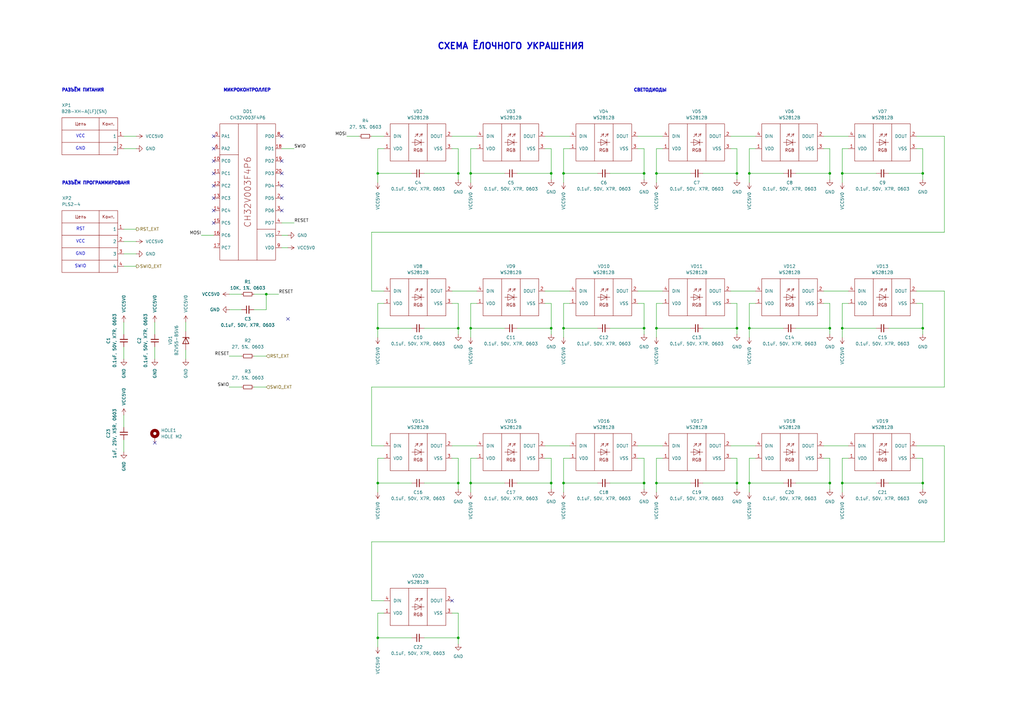
<source format=kicad_sch>
(kicad_sch (version 20250114) (generator "eeschema") (generator_version "9.0")
  (paper "A3")
  (title_block (title "CHRISTMAS_RISC_V") (date "2025-11-17") (company "KKUZNETZOV"))
  (lib_symbols
    (symbol "CHRISTMAS_RISC_V:WS2812B-MINI-V3" (pin_names (offset 1.27))
      (property "Reference" "VD" (at 10.795 9.525 0))
      (property "Value" "WS2812B" (at 11.43 7.62 0))
      (symbol "WS2812B-MINI-V3_0_1"
        (polyline (pts (xy 8.89 -2.54) (xy 13.97 -2.54)))
        (polyline (pts (xy 10.16 -0.254) (xy 11.43 1.016)))
        (polyline (pts (xy 11.176 0) (xy 11.43 1.016) (xy 10.414 0.762)))
        (polyline (pts (xy 11.938 -0.254) (xy 13.208 1.016)))
        (polyline (pts (xy 12.192 0.762) (xy 13.208 1.016) (xy 12.954 0)))
        (polyline (pts (xy 12.7 -1.27) (xy 12.7 -3.81)))
        (polyline (pts (xy 12.7 -2.54) (xy 10.16 -1.27) (xy 10.16 -3.81) (xy 12.7 -2.54)))
      )
      (symbol "WS2812B-MINI-V3_1_1"
        (rectangle (start 0 5.08) (end 22.86 -10.16))
        (polyline (pts (xy 7.62 5.08) (xy 7.62 -10.16)))
        (polyline (pts (xy 15.24 5.08) (xy 15.24 -10.16)))
        (text "RGB" (at 11.43 -5.715 0) (effects (font (size 1.27 1.27))))
        (pin input line (at -2.54 0 0) (length 2.54) (name "DIN") (number "4"))
        (pin power_in line (at -2.54 -5.08 0) (length 2.54) (name "VDD") (number "1"))
        (pin output line (at 25.4 0 180) (length 2.54) (name "DOUT") (number "2"))
        (pin power_in line (at 25.4 -5.08 180) (length 2.54) (name "VSS") (number "3"))
      )
    )
    (symbol "Device:C_Small" (pin_numbers (hide yes)) (pin_names (offset 0.254) (hide yes))
      (property "Reference" "C" (at 0.254 1.778 0))
      (property "Value" "C_Small" (at 0.254 -2.032 0))
      (symbol "C_Small_0_1"
        (polyline (pts (xy -1.524 0.508) (xy 1.524 0.508)) (stroke (width 0.3048)))
        (polyline (pts (xy -1.524 -0.508) (xy 1.524 -0.508)) (stroke (width 0.3302)))
      )
      (symbol "C_Small_1_1"
        (pin passive line (at 0 2.54 270) (length 2.032) (name "~") (number "1"))
        (pin passive line (at 0 -2.54 90) (length 2.032) (name "~") (number "2"))
      )
    )
    (symbol "Device:R_Small" (pin_numbers (hide yes)) (pin_names (offset 0.254) (hide yes))
      (property "Reference" "R" (at 0 0 90))
      (property "Value" "R_Small" (at 1.778 0 90))
      (symbol "R_Small_0_1"
        (rectangle (start -0.762 1.778) (end 0.762 -1.778) (stroke (width 0.2032)))
      )
      (symbol "R_Small_1_1"
        (pin passive line (at 0 2.54 270) (length 0.762) (name "~") (number "1"))
        (pin passive line (at 0 -2.54 90) (length 0.762) (name "~") (number "2"))
      )
    )
    (symbol "Diode:BZV55B3V6" (pin_numbers (hide yes)) (pin_names (hide yes))
      (property "Reference" "D" (at 0 2.54 0))
      (property "Value" "BZV55B3V6" (at 0 -2.54 0))
      (symbol "BZV55B3V6_0_1"
        (polyline (pts (xy -1.27 -1.27) (xy -1.27 1.27) (xy -0.762 1.27)) (stroke (width 0.254)))
        (polyline (pts (xy 1.27 0) (xy -1.27 0)))
        (polyline (pts (xy 1.27 -1.27) (xy 1.27 1.27) (xy -1.27 0) (xy 1.27 -1.27)) (stroke (width 0.254)))
      )
      (symbol "BZV55B3V6_1_1"
        (pin passive line (at -3.81 0 0) (length 2.54) (name "K") (number "1"))
        (pin passive line (at 3.81 0 180) (length 2.54) (name "A") (number "2"))
      )
    )
    (symbol "MFP_SYM_LIB:B2B-PH-K-S"
      (property "Reference" "XP" (at 11.176 9.144 0))
      (property "Value" "B2B-PH-K-S" (at 11.176 7.112 0))
      (symbol "B2B-PH-K-S_0_1"
        (rectangle (start 0 5.08) (end 22.86 -10.16))
        (polyline (pts (xy 0 0) (xy 22.86 0)))
        (polyline (pts (xy 0 -5.08) (xy 22.86 -5.08)))
        (polyline (pts (xy 7.62 -10.16) (xy 7.62 5.08)))
      )
      (symbol "B2B-PH-K-S_1_1"
        (text "Конт." (at 3.81 2.54 0) (effects (font (size 1.27 1.27))))
        (text "Цепь" (at 15.24 2.54 0) (effects (font (size 1.27 1.27))))
        (pin passive line (at -2.54 -2.54 0) (length 2.54) (name "1") (number "1"))
        (pin passive line (at -2.54 -7.62 0) (length 2.54) (name "2") (number "2"))
      )
    )
    (symbol "MFP_SYM_LIB:B4B-PH-K-S"
      (property "Reference" "XP" (at 11.176 9.144 0))
      (property "Value" "B4B-PH-K-S" (at 11.176 7.112 0))
      (symbol "B4B-PH-K-S_0_1"
        (rectangle (start 0 5.08) (end 22.86 -20.32))
        (polyline (pts (xy 0 0) (xy 22.86 0)))
        (polyline (pts (xy 0 -5.08) (xy 22.86 -5.08)))
        (polyline (pts (xy 0 -10.16) (xy 22.86 -10.16)))
        (polyline (pts (xy 0 -15.24) (xy 22.86 -15.24)))
        (polyline (pts (xy 7.62 -20.32) (xy 7.62 5.08)))
      )
      (symbol "B4B-PH-K-S_1_1"
        (text "Конт." (at 3.81 2.54 0) (effects (font (size 1.27 1.27))))
        (text "Цепь" (at 15.24 2.54 0) (effects (font (size 1.27 1.27))))
        (pin passive line (at -2.54 -2.54 0) (length 2.54) (name "1") (number "1"))
        (pin passive line (at -2.54 -7.62 0) (length 2.54) (name "2") (number "2"))
        (pin passive line (at -2.54 -12.7 0) (length 2.54) (name "3") (number "3"))
        (pin passive line (at -2.54 -17.78 0) (length 2.54) (name "4") (number "4"))
      )
    )
    (symbol "MFP_SYM_LIB:CH32V003F4P6"
      (property "Reference" "DD" (at 11.43 10.16 0))
      (property "Value" "CH32V003F4P6" (at 11.43 7.62 0))
      (symbol "CH32V003F4P6_1_1"
        (rectangle (start 0 5.08) (end 22.86 -50.8))
        (polyline (pts (xy 0 -7.62) (xy 7.62 -7.62)))
        (polyline (pts (xy 7.62 5.08) (xy 7.62 -50.8)))
        (polyline (pts (xy 15.24 5.08) (xy 15.24 -50.8)))
        (polyline (pts (xy 15.24 -38.1) (xy 22.86 -38.1)))
        (text "CH32V003F4P6" (at 11.43 -22.86 900) (effects (font (size 2.54 2.54))))
        (pin bidirectional line (at -2.54 0 0) (length 2.54) (name "PA1") (number "5"))
        (pin bidirectional line (at -2.54 -5.08 0) (length 2.54) (name "PA2") (number "6"))
        (pin bidirectional line (at -2.54 -10.16 0) (length 2.54) (name "PC0") (number "10"))
        (pin bidirectional line (at -2.54 -15.24 0) (length 2.54) (name "PC1") (number "11"))
        (pin bidirectional line (at -2.54 -20.32 0) (length 2.54) (name "PC2") (number "12"))
        (pin bidirectional line (at -2.54 -25.4 0) (length 2.54) (name "PC3") (number "13"))
        (pin bidirectional line (at -2.54 -30.48 0) (length 2.54) (name "PC4") (number "14"))
        (pin bidirectional line (at -2.54 -35.56 0) (length 2.54) (name "PC5") (number "15"))
        (pin bidirectional line (at -2.54 -40.64 0) (length 2.54) (name "PC6") (number "16"))
        (pin bidirectional line (at -2.54 -45.72 0) (length 2.54) (name "PC7") (number "17"))
        (pin bidirectional line (at 25.4 0 180) (length 2.54) (name "PD0") (number "8"))
        (pin bidirectional line (at 25.4 -5.08 180) (length 2.54) (name "PD1") (number "18"))
        (pin bidirectional line (at 25.4 -10.16 180) (length 2.54) (name "PD2") (number "19"))
        (pin bidirectional line (at 25.4 -15.24 180) (length 2.54) (name "PD3") (number "20"))
        (pin bidirectional line (at 25.4 -20.32 180) (length 2.54) (name "PD4") (number "1"))
        (pin bidirectional line (at 25.4 -25.4 180) (length 2.54) (name "PD5") (number "2"))
        (pin bidirectional line (at 25.4 -30.48 180) (length 2.54) (name "PD6") (number "3"))
        (pin bidirectional line (at 25.4 -35.56 180) (length 2.54) (name "PD7") (number "4"))
        (pin power_in line (at 25.4 -40.64 180) (length 2.54) (name "VSS") (number "7"))
        (pin power_in line (at 25.4 -45.72 180) (length 2.54) (name "VDD") (number "9"))
      )
    )
    (symbol "Mechanical:MountingHole_Pad" (pin_numbers (hide yes)) (pin_names (offset 1.016) (hide yes)) (in_bom no)
      (property "Reference" "H" (at 0 6.35 0))
      (property "Value" "MountingHole_Pad" (at 0 4.445 0))
      (symbol "MountingHole_Pad_0_1"
        (circle (center 0 1.27) (radius 1.27) (stroke (width 1.27)))
      )
      (symbol "MountingHole_Pad_1_1"
        (pin input line (at 0 -2.54 90) (length 2.54) (name "1") (number "1"))
      )
    )
    (symbol "power:GND" (power) (pin_numbers (hide yes)) (pin_names (offset 0) (hide yes))
      (property "Value" "GND" (at 0 -3.81 0))
      (symbol "GND_0_1"
        (polyline (pts (xy 0 0) (xy 0 -1.27) (xy 1.27 -1.27) (xy 0 -2.54) (xy -1.27 -1.27) (xy 0 -1.27)))
      )
      (symbol "GND_1_1"
        (pin power_in line (at 0 0 270) (length 0) (name "~") (number "1"))
      )
    )
    (symbol "power:VCC" (power) (pin_numbers (hide yes)) (pin_names (offset 0) (hide yes))
      (property "Value" "VCC" (at 0 3.556 0))
      (symbol "VCC_0_1"
        (polyline (pts (xy -0.762 1.27) (xy 0 2.54)))
        (polyline (pts (xy 0 2.54) (xy 0.762 1.27)))
        (polyline (pts (xy 0 0) (xy 0 2.54)))
      )
      (symbol "VCC_1_1"
        (pin power_in line (at 0 0 90) (length 0) (name "~") (number "1"))
      )
    )
  )
  (text "GND" (at 33.02 104.14 0) (effects (font (size 1.27 1.27))))
  (text "SWIO" (at 33.02 109.22 0) (effects (font (size 1.27 1.27))))
  (text "РАЗЪЁМ ПРОГРАММИРОВАНЯ" (at 39.37 75.184 0) (effects (font (size 1.27 1.27) (thickness 0.508) (bold yes))))
  (text "РАЗЪЁМ ПИТАНИЯ" (at 34.036 37.084 0) (effects (font (size 1.27 1.27) (thickness 0.508) (bold yes))))
  (text "СХЕМА ЁЛОЧНОГО УКРАШЕНИЯ" (at 209.55 19.05 0) (effects (font (size 2.54 2.54) (thickness 0.508) (bold yes))))
  (text "МИКРОКОНТРОЛЛЕР" (at 101.346 37.084 0) (effects (font (size 1.27 1.27) (thickness 0.508) (bold yes))))
  (text "СВЕТОДИОДЫ" (at 266.7 37.084 0) (effects (font (size 1.27 1.27) (thickness 0.508) (bold yes))))
  (text "RST" (at 33.02 93.98 0) (effects (font (size 1.27 1.27))))
  (text "GND" (at 33.02 60.96 0) (effects (font (size 1.27 1.27))))
  (text "VCC" (at 33.02 99.06 0) (effects (font (size 1.27 1.27))))
  (text "VCC" (at 33.02 55.88 0) (effects (font (size 1.27 1.27))))
  (junction (at 340.36 134.62))
  (junction (at 109.22 120.65))
  (junction (at 187.96 261.62))
  (junction (at 345.44 71.12))
  (junction (at 378.46 198.12))
  (junction (at 378.46 134.62))
  (junction (at 264.16 134.62))
  (junction (at 231.14 134.62))
  (junction (at 269.24 134.62))
  (junction (at 154.94 198.12))
  (junction (at 187.96 134.62))
  (junction (at 307.34 198.12))
  (junction (at 193.04 198.12))
  (junction (at 340.36 71.12))
  (junction (at 154.94 71.12))
  (junction (at 269.24 71.12))
  (junction (at 226.06 198.12))
  (junction (at 226.06 134.62))
  (junction (at 307.34 134.62))
  (junction (at 345.44 134.62))
  (junction (at 187.96 198.12))
  (junction (at 302.26 198.12))
  (junction (at 231.14 71.12))
  (junction (at 154.94 261.62))
  (junction (at 345.44 198.12))
  (junction (at 226.06 71.12))
  (junction (at 340.36 198.12))
  (junction (at 264.16 198.12))
  (junction (at 154.94 134.62))
  (junction (at 269.24 198.12))
  (junction (at 193.04 134.62))
  (junction (at 302.26 134.62))
  (junction (at 231.14 198.12))
  (junction (at 193.04 71.12))
  (junction (at 302.26 71.12))
  (junction (at 378.46 71.12))
  (junction (at 187.96 71.12))
  (junction (at 307.34 71.12))
  (junction (at 264.16 71.12))
  (no_connect (at 87.63 66.04))
  (no_connect (at 87.63 86.36))
  (no_connect (at 118.11 130.81))
  (no_connect (at 87.63 91.44))
  (no_connect (at 115.57 81.28))
  (no_connect (at 87.63 60.96))
  (no_connect (at 115.57 66.04))
  (no_connect (at 185.42 246.38))
  (no_connect (at 115.57 86.36))
  (no_connect (at 63.5 181.61))
  (no_connect (at 87.63 71.12))
  (no_connect (at 87.63 81.28))
  (no_connect (at 87.63 55.88))
  (no_connect (at 115.57 76.2))
  (no_connect (at 87.63 76.2))
  (no_connect (at 115.57 71.12))
  (no_connect (at 115.57 55.88))
  (wire (pts (xy 154.94 187.96) (xy 154.94 198.12)))
  (wire (pts (xy 76.2 132.08) (xy 76.2 135.89)))
  (wire (pts (xy 231.14 60.96) (xy 231.14 71.12)))
  (wire (pts (xy 288.29 71.12) (xy 302.26 71.12)))
  (wire (pts (xy 187.96 264.16) (xy 187.96 261.62)))
  (wire (pts (xy 231.14 134.62) (xy 231.14 138.43)))
  (wire (pts (xy 173.99 261.62) (xy 187.96 261.62)))
  (wire (pts (xy 307.34 71.12) (xy 321.31 71.12)))
  (wire (pts (xy 109.22 127) (xy 109.22 120.65)))
  (wire (pts (xy 345.44 124.46) (xy 347.98 124.46)))
  (wire (pts (xy 212.09 134.62) (xy 226.06 134.62)))
  (wire (pts (xy 226.06 198.12) (xy 226.06 187.96)))
  (wire (pts (xy 269.24 124.46) (xy 271.78 124.46)))
  (wire (pts (xy 364.49 134.62) (xy 378.46 134.62)))
  (wire (pts (xy 173.99 198.12) (xy 187.96 198.12)))
  (wire (pts (xy 104.14 127) (xy 109.22 127)))
  (wire (pts (xy 109.22 120.65) (xy 104.14 120.65)))
  (wire (pts (xy 185.42 119.38) (xy 195.58 119.38)))
  (wire (pts (xy 250.19 134.62) (xy 264.16 134.62)))
  (wire (pts (xy 264.16 187.96) (xy 261.62 187.96)))
  (wire (pts (xy 142.24 55.88) (xy 147.32 55.88)))
  (wire (pts (xy 154.94 124.46) (xy 157.48 124.46)))
  (wire (pts (xy 193.04 134.62) (xy 193.04 138.43)))
  (wire (pts (xy 269.24 124.46) (xy 269.24 134.62)))
  (wire (pts (xy 378.46 73.66) (xy 378.46 71.12)))
  (wire (pts (xy 307.34 60.96) (xy 307.34 71.12)))
  (wire (pts (xy 269.24 198.12) (xy 283.21 198.12)))
  (wire (pts (xy 223.52 182.88) (xy 233.68 182.88)))
  (wire (pts (xy 152.4 95.25) (xy 152.4 119.38)))
  (wire (pts (xy 307.34 60.96) (xy 309.88 60.96)))
  (wire (pts (xy 387.35 222.25) (xy 152.4 222.25)))
  (wire (pts (xy 345.44 71.12) (xy 359.41 71.12)))
  (wire (pts (xy 93.98 120.65) (xy 99.06 120.65)))
  (wire (pts (xy 212.09 198.12) (xy 226.06 198.12)))
  (wire (pts (xy 154.94 261.62) (xy 154.94 265.43)))
  (wire (pts (xy 152.4 246.38) (xy 157.48 246.38)))
  (wire (pts (xy 187.96 137.16) (xy 187.96 134.62)))
  (wire (pts (xy 261.62 55.88) (xy 271.78 55.88)))
  (wire (pts (xy 193.04 187.96) (xy 195.58 187.96)))
  (wire (pts (xy 340.36 137.16) (xy 340.36 134.62)))
  (wire (pts (xy 226.06 73.66) (xy 226.06 71.12)))
  (wire (pts (xy 345.44 198.12) (xy 359.41 198.12)))
  (wire (pts (xy 340.36 71.12) (xy 340.36 60.96)))
  (wire (pts (xy 231.14 60.96) (xy 233.68 60.96)))
  (wire (pts (xy 187.96 134.62) (xy 187.96 124.46)))
  (wire (pts (xy 154.94 251.46) (xy 157.48 251.46)))
  (wire (pts (xy 264.16 137.16) (xy 264.16 134.62)))
  (wire (pts (xy 345.44 134.62) (xy 359.41 134.62)))
  (wire (pts (xy 55.88 99.06) (xy 50.8 99.06)))
  (wire (pts (xy 288.29 198.12) (xy 302.26 198.12)))
  (wire (pts (xy 364.49 71.12) (xy 378.46 71.12)))
  (wire (pts (xy 264.16 124.46) (xy 261.62 124.46)))
  (wire (pts (xy 185.42 182.88) (xy 195.58 182.88)))
  (wire (pts (xy 226.06 134.62) (xy 226.06 124.46)))
  (wire (pts (xy 264.16 200.66) (xy 264.16 198.12)))
  (wire (pts (xy 387.35 119.38) (xy 387.35 158.75)))
  (wire (pts (xy 154.94 60.96) (xy 157.48 60.96)))
  (wire (pts (xy 378.46 137.16) (xy 378.46 134.62)))
  (wire (pts (xy 340.36 73.66) (xy 340.36 71.12)))
  (wire (pts (xy 378.46 187.96) (xy 375.92 187.96)))
  (wire (pts (xy 307.34 134.62) (xy 321.31 134.62)))
  (wire (pts (xy 187.96 187.96) (xy 185.42 187.96)))
  (wire (pts (xy 50.8 132.08) (xy 50.8 137.16)))
  (wire (pts (xy 154.94 187.96) (xy 157.48 187.96)))
  (wire (pts (xy 302.26 60.96) (xy 299.72 60.96)))
  (wire (pts (xy 326.39 198.12) (xy 340.36 198.12)))
  (wire (pts (xy 345.44 187.96) (xy 345.44 198.12)))
  (wire (pts (xy 261.62 182.88) (xy 271.78 182.88)))
  (wire (pts (xy 152.4 158.75) (xy 152.4 182.88)))
  (wire (pts (xy 269.24 60.96) (xy 269.24 71.12)))
  (wire (pts (xy 193.04 198.12) (xy 193.04 201.93)))
  (wire (pts (xy 93.98 158.75) (xy 99.06 158.75)))
  (wire (pts (xy 340.36 200.66) (xy 340.36 198.12)))
  (wire (pts (xy 154.94 198.12) (xy 154.94 201.93)))
  (wire (pts (xy 173.99 134.62) (xy 187.96 134.62)))
  (wire (pts (xy 63.5 147.32) (xy 63.5 142.24)))
  (wire (pts (xy 264.16 71.12) (xy 264.16 60.96)))
  (wire (pts (xy 50.8 104.14) (xy 55.88 104.14)))
  (wire (pts (xy 378.46 71.12) (xy 378.46 60.96)))
  (wire (pts (xy 187.96 60.96) (xy 185.42 60.96)))
  (wire (pts (xy 264.16 60.96) (xy 261.62 60.96)))
  (wire (pts (xy 340.36 124.46) (xy 337.82 124.46)))
  (wire (pts (xy 269.24 71.12) (xy 283.21 71.12)))
  (wire (pts (xy 120.65 91.44) (xy 115.57 91.44)))
  (wire (pts (xy 387.35 95.25) (xy 152.4 95.25)))
  (wire (pts (xy 152.4 119.38) (xy 157.48 119.38)))
  (wire (pts (xy 226.06 71.12) (xy 226.06 60.96)))
  (wire (pts (xy 50.8 170.18) (xy 50.8 175.26)))
  (wire (pts (xy 307.34 198.12) (xy 307.34 201.93)))
  (wire (pts (xy 302.26 124.46) (xy 299.72 124.46)))
  (wire (pts (xy 269.24 60.96) (xy 271.78 60.96)))
  (wire (pts (xy 193.04 60.96) (xy 195.58 60.96)))
  (wire (pts (xy 154.94 251.46) (xy 154.94 261.62)))
  (wire (pts (xy 187.96 200.66) (xy 187.96 198.12)))
  (wire (pts (xy 250.19 198.12) (xy 264.16 198.12)))
  (wire (pts (xy 152.4 222.25) (xy 152.4 246.38)))
  (wire (pts (xy 115.57 96.52) (xy 118.11 96.52)))
  (wire (pts (xy 154.94 124.46) (xy 154.94 134.62)))
  (wire (pts (xy 187.96 251.46) (xy 185.42 251.46)))
  (wire (pts (xy 193.04 198.12) (xy 207.01 198.12)))
  (wire (pts (xy 55.88 55.88) (xy 50.8 55.88)))
  (wire (pts (xy 302.26 200.66) (xy 302.26 198.12)))
  (wire (pts (xy 269.24 187.96) (xy 269.24 198.12)))
  (wire (pts (xy 231.14 71.12) (xy 245.11 71.12)))
  (wire (pts (xy 364.49 198.12) (xy 378.46 198.12)))
  (wire (pts (xy 187.96 73.66) (xy 187.96 71.12)))
  (wire (pts (xy 152.4 55.88) (xy 157.48 55.88)))
  (wire (pts (xy 307.34 134.62) (xy 307.34 138.43)))
  (wire (pts (xy 387.35 55.88) (xy 387.35 95.25)))
  (wire (pts (xy 269.24 198.12) (xy 269.24 201.93)))
  (wire (pts (xy 55.88 109.22) (xy 50.8 109.22)))
  (wire (pts (xy 378.46 60.96) (xy 375.92 60.96)))
  (wire (pts (xy 340.36 134.62) (xy 340.36 124.46)))
  (wire (pts (xy 299.72 182.88) (xy 309.88 182.88)))
  (wire (pts (xy 173.99 71.12) (xy 187.96 71.12)))
  (wire (pts (xy 326.39 134.62) (xy 340.36 134.62)))
  (wire (pts (xy 231.14 134.62) (xy 245.11 134.62)))
  (wire (pts (xy 345.44 60.96) (xy 345.44 71.12)))
  (wire (pts (xy 307.34 71.12) (xy 307.34 74.93)))
  (wire (pts (xy 264.16 198.12) (xy 264.16 187.96)))
  (wire (pts (xy 307.34 187.96) (xy 309.88 187.96)))
  (wire (pts (xy 307.34 198.12) (xy 321.31 198.12)))
  (wire (pts (xy 302.26 137.16) (xy 302.26 134.62)))
  (wire (pts (xy 55.88 60.96) (xy 50.8 60.96)))
  (wire (pts (xy 299.72 55.88) (xy 309.88 55.88)))
  (wire (pts (xy 82.55 96.52) (xy 87.63 96.52)))
  (wire (pts (xy 337.82 55.88) (xy 347.98 55.88)))
  (wire (pts (xy 114.3 120.65) (xy 109.22 120.65)))
  (wire (pts (xy 109.22 146.05) (xy 104.14 146.05)))
  (wire (pts (xy 187.96 124.46) (xy 185.42 124.46)))
  (wire (pts (xy 345.44 187.96) (xy 347.98 187.96)))
  (wire (pts (xy 223.52 119.38) (xy 233.68 119.38)))
  (wire (pts (xy 378.46 134.62) (xy 378.46 124.46)))
  (wire (pts (xy 231.14 198.12) (xy 231.14 201.93)))
  (wire (pts (xy 76.2 147.32) (xy 76.2 143.51)))
  (wire (pts (xy 340.36 198.12) (xy 340.36 187.96)))
  (wire (pts (xy 50.8 185.42) (xy 50.8 180.34)))
  (wire (pts (xy 154.94 60.96) (xy 154.94 71.12)))
  (wire (pts (xy 193.04 60.96) (xy 193.04 71.12)))
  (wire (pts (xy 378.46 198.12) (xy 378.46 187.96)))
  (wire (pts (xy 226.06 60.96) (xy 223.52 60.96)))
  (wire (pts (xy 302.26 134.62) (xy 302.26 124.46)))
  (wire (pts (xy 231.14 198.12) (xy 245.11 198.12)))
  (wire (pts (xy 250.19 71.12) (xy 264.16 71.12)))
  (wire (pts (xy 299.72 119.38) (xy 309.88 119.38)))
  (wire (pts (xy 378.46 124.46) (xy 375.92 124.46)))
  (wire (pts (xy 326.39 71.12) (xy 340.36 71.12)))
  (wire (pts (xy 226.06 200.66) (xy 226.06 198.12)))
  (wire (pts (xy 193.04 71.12) (xy 193.04 74.93)))
  (wire (pts (xy 302.26 198.12) (xy 302.26 187.96)))
  (wire (pts (xy 187.96 71.12) (xy 187.96 60.96)))
  (wire (pts (xy 387.35 182.88) (xy 387.35 222.25)))
  (wire (pts (xy 212.09 71.12) (xy 226.06 71.12)))
  (wire (pts (xy 50.8 147.32) (xy 50.8 142.24)))
  (wire (pts (xy 118.11 101.6) (xy 115.57 101.6)))
  (wire (pts (xy 193.04 124.46) (xy 195.58 124.46)))
  (wire (pts (xy 193.04 71.12) (xy 207.01 71.12)))
  (wire (pts (xy 193.04 134.62) (xy 207.01 134.62)))
  (wire (pts (xy 387.35 158.75) (xy 152.4 158.75)))
  (wire (pts (xy 269.24 71.12) (xy 269.24 74.93)))
  (wire (pts (xy 345.44 134.62) (xy 345.44 138.43)))
  (wire (pts (xy 340.36 60.96) (xy 337.82 60.96)))
  (wire (pts (xy 231.14 71.12) (xy 231.14 74.93)))
  (wire (pts (xy 154.94 71.12) (xy 154.94 74.93)))
  (wire (pts (xy 378.46 200.66) (xy 378.46 198.12)))
  (wire (pts (xy 109.22 158.75) (xy 104.14 158.75)))
  (wire (pts (xy 55.88 93.98) (xy 50.8 93.98)))
  (wire (pts (xy 231.14 187.96) (xy 233.68 187.96)))
  (wire (pts (xy 226.06 124.46) (xy 223.52 124.46)))
  (wire (pts (xy 152.4 182.88) (xy 157.48 182.88)))
  (wire (pts (xy 193.04 187.96) (xy 193.04 198.12)))
  (wire (pts (xy 345.44 71.12) (xy 345.44 74.93)))
  (wire (pts (xy 223.52 55.88) (xy 233.68 55.88)))
  (wire (pts (xy 261.62 119.38) (xy 271.78 119.38)))
  (wire (pts (xy 231.14 124.46) (xy 231.14 134.62)))
  (wire (pts (xy 154.94 134.62) (xy 168.91 134.62)))
  (wire (pts (xy 264.16 134.62) (xy 264.16 124.46)))
  (wire (pts (xy 231.14 124.46) (xy 233.68 124.46)))
  (wire (pts (xy 154.94 71.12) (xy 168.91 71.12)))
  (wire (pts (xy 154.94 134.62) (xy 154.94 138.43)))
  (wire (pts (xy 307.34 124.46) (xy 309.88 124.46)))
  (wire (pts (xy 231.14 187.96) (xy 231.14 198.12)))
  (wire (pts (xy 302.26 73.66) (xy 302.26 71.12)))
  (wire (pts (xy 302.26 187.96) (xy 299.72 187.96)))
  (wire (pts (xy 307.34 187.96) (xy 307.34 198.12)))
  (wire (pts (xy 345.44 198.12) (xy 345.44 201.93)))
  (wire (pts (xy 345.44 124.46) (xy 345.44 134.62)))
  (wire (pts (xy 345.44 60.96) (xy 347.98 60.96)))
  (wire (pts (xy 288.29 134.62) (xy 302.26 134.62)))
  (wire (pts (xy 120.65 60.96) (xy 115.57 60.96)))
  (wire (pts (xy 187.96 261.62) (xy 187.96 251.46)))
  (wire (pts (xy 307.34 124.46) (xy 307.34 134.62)))
  (wire (pts (xy 154.94 261.62) (xy 168.91 261.62)))
  (wire (pts (xy 154.94 198.12) (xy 168.91 198.12)))
  (wire (pts (xy 337.82 119.38) (xy 347.98 119.38)))
  (wire (pts (xy 375.92 182.88) (xy 387.35 182.88)))
  (wire (pts (xy 375.92 55.88) (xy 387.35 55.88)))
  (wire (pts (xy 337.82 182.88) (xy 347.98 182.88)))
  (wire (pts (xy 226.06 187.96) (xy 223.52 187.96)))
  (wire (pts (xy 302.26 71.12) (xy 302.26 60.96)))
  (wire (pts (xy 340.36 187.96) (xy 337.82 187.96)))
  (wire (pts (xy 269.24 187.96) (xy 271.78 187.96)))
  (wire (pts (xy 93.98 146.05) (xy 99.06 146.05)))
  (wire (pts (xy 269.24 134.62) (xy 283.21 134.62)))
  (wire (pts (xy 193.04 124.46) (xy 193.04 134.62)))
  (wire (pts (xy 93.98 127) (xy 99.06 127)))
  (wire (pts (xy 264.16 73.66) (xy 264.16 71.12)))
  (wire (pts (xy 375.92 119.38) (xy 387.35 119.38)))
  (wire (pts (xy 187.96 198.12) (xy 187.96 187.96)))
  (wire (pts (xy 226.06 137.16) (xy 226.06 134.62)))
  (wire (pts (xy 185.42 55.88) (xy 195.58 55.88)))
  (wire (pts (xy 63.5 132.08) (xy 63.5 137.16)))
  (wire (pts (xy 269.24 134.62) (xy 269.24 138.43)))
  (label "SWIO" (at 93.98 158.75 180))
  (label "RESET" (at 120.65 91.44 0))
  (label "RESET" (at 114.3 120.65 0))
  (label "RESET" (at 93.98 146.05 180))
  (label "SWIO" (at 120.65 60.96 0))
  (label "MOSI" (at 82.55 96.52 180))
  (label "MOSI" (at 142.24 55.88 180))
  (hierarchical_label "RST_EXT" (shape output) (at 55.88 93.98 0))
  (hierarchical_label "SWIO_EXT" (shape input) (at 109.22 158.75 0))
  (hierarchical_label "RST_EXT" (shape input) (at 109.22 146.05 0))
  (hierarchical_label "SWIO_EXT" (shape output) (at 55.88 109.22 0))
  (symbol (lib_id "power:VCC") (at 345.44 138.43 0) (mirror x) (unit 1)
    (property "Reference" "#PWR038" (effects (hide yes)))
    (property "Value" "VCC5V0" (at 345.4401 142.24 90) (effects (justify left)))
    (property "Description" "Power symbol creates a global label with name \"VCC\"" (effects (hide yes)))
  )
  (symbol (lib_id "CHRISTMAS_RISC_V:WS2812B-MINI-V3") (at 160.02 119.38 0) (unit 1)
    (property "Reference" "VD8" (at 171.45 109.22 0))
    (property "Value" "WS2812B" (at 171.45 111.76 0))
    (property "Footprint" "LED_SMD:LED_WS2812B-Mini_PLCC4_3.5x3.5mm" (effects (hide yes)))
  )
  (symbol (lib_id "Device:C_Small") (at 209.55 134.62 90) (unit 1)
    (property "Reference" "C11" (at 209.55 138.43 90))
    (property "Value" "0.1uF, 50V, X7R, 0603" (at 209.55 140.97 90))
    (property "Footprint" "Capacitor_SMD:C_0603_1608Metric" (effects (hide yes)))
    (property "Description" "Unpolarized capacitor, small symbol" (effects (hide yes)))
  )
  (symbol (lib_id "Device:C_Small") (at 247.65 71.12 90) (unit 1)
    (property "Reference" "C6" (at 247.65 74.93 90))
    (property "Value" "0.1uF, 50V, X7R, 0603" (at 247.65 77.47 90))
    (property "Footprint" "Capacitor_SMD:C_0603_1608Metric" (effects (hide yes)))
    (property "Description" "Unpolarized capacitor, small symbol" (effects (hide yes)))
  )
  (symbol (lib_id "power:GND") (at 187.96 200.66 0) (unit 1)
    (property "Reference" "#PWR039" (effects (hide yes)))
    (property "Value" "GND" (at 187.96 205.74 0))
    (property "Footprint" "Package_DIP:DIP-8-16_W7.62mm_Socket" (effects (hide yes)))
    (property "Description" "Power symbol creates a global label with name \"GND\" , ground" (effects (hide yes)))
  )
  (symbol (lib_id "power:VCC") (at 63.5 132.08 0) (mirror y) (unit 1)
    (property "Reference" "#PWR026" (effects (hide yes)))
    (property "Value" "VCC5V0" (at 63.4999 128.27 90) (effects (justify left)))
    (property "Description" "Power symbol creates a global label with name \"VCC\"" (effects (hide yes)))
  )
  (symbol (lib_id "Device:C_Small") (at 323.85 71.12 90) (unit 1)
    (property "Reference" "C8" (at 323.85 74.93 90))
    (property "Value" "0.1uF, 50V, X7R, 0603" (at 323.85 77.47 90))
    (property "Footprint" "Capacitor_SMD:C_0603_1608Metric" (effects (hide yes)))
    (property "Description" "Unpolarized capacitor, small symbol" (effects (hide yes)))
  )
  (symbol (lib_id "power:VCC") (at 55.88 99.06 270) (mirror x) (unit 1)
    (property "Reference" "#PWR020" (effects (hide yes)))
    (property "Value" "VCC5V0" (at 59.69 99.0599 90) (effects (justify left)))
    (property "Description" "Power symbol creates a global label with name \"VCC\"" (effects (hide yes)))
  )
  (symbol (lib_id "CHRISTMAS_RISC_V:WS2812B-MINI-V3") (at 312.42 182.88 0) (unit 1)
    (property "Reference" "VD18" (at 323.85 172.72 0))
    (property "Value" "WS2812B" (at 323.85 175.26 0))
    (property "Footprint" "LED_SMD:LED_WS2812B-Mini_PLCC4_3.5x3.5mm" (effects (hide yes)))
  )
  (symbol (lib_id "power:GND") (at 264.16 73.66 0) (unit 1)
    (property "Reference" "#PWR09" (effects (hide yes)))
    (property "Value" "GND" (at 264.16 78.74 0))
    (property "Footprint" "Package_DIP:DIP-8-16_W7.62mm_Socket" (effects (hide yes)))
    (property "Description" "Power symbol creates a global label with name \"GND\" , ground" (effects (hide yes)))
  )
  (symbol (lib_id "CHRISTMAS_RISC_V:WS2812B-MINI-V3") (at 312.42 119.38 0) (unit 1)
    (property "Reference" "VD12" (at 323.85 109.22 0))
    (property "Value" "WS2812B" (at 323.85 111.76 0))
    (property "Footprint" "LED_SMD:LED_WS2812B-Mini_PLCC4_3.5x3.5mm" (effects (hide yes)))
  )
  (symbol (lib_id "Device:C_Small") (at 101.6 127 90) (unit 1)
    (property "Reference" "C3" (at 101.6 130.81 90))
    (property "Value" "0.1uF, 50V, X7R, 0603" (at 101.6 133.35 90))
    (property "Footprint" "Capacitor_SMD:C_0603_1608Metric" (effects (hide yes)))
    (property "Description" "Unpolarized capacitor, small symbol" (effects (hide yes)))
  )
  (symbol (lib_id "power:VCC") (at 231.14 201.93 0) (mirror x) (unit 1)
    (property "Reference" "#PWR047" (effects (hide yes)))
    (property "Value" "VCC5V0" (at 231.1401 205.74 90) (effects (justify left)))
    (property "Description" "Power symbol creates a global label with name \"VCC\"" (effects (hide yes)))
  )
  (symbol (lib_id "power:VCC") (at 231.14 138.43 0) (mirror x) (unit 1)
    (property "Reference" "#PWR035" (effects (hide yes)))
    (property "Value" "VCC5V0" (at 231.1401 142.24 90) (effects (justify left)))
    (property "Description" "Power symbol creates a global label with name \"VCC\"" (effects (hide yes)))
  )
  (symbol (lib_id "power:VCC") (at 55.88 55.88 270) (mirror x) (unit 1)
    (property "Reference" "#PWR01" (effects (hide yes)))
    (property "Value" "VCC5V0" (at 59.69 55.8799 90) (effects (justify left)))
    (property "Description" "Power symbol creates a global label with name \"VCC\"" (effects (hide yes)))
  )
  (symbol (lib_id "CHRISTMAS_RISC_V:WS2812B-MINI-V3") (at 236.22 182.88 0) (unit 1)
    (property "Reference" "VD16" (at 247.65 172.72 0))
    (property "Value" "WS2812B" (at 247.65 175.26 0))
    (property "Footprint" "LED_SMD:LED_WS2812B-Mini_PLCC4_3.5x3.5mm" (effects (hide yes)))
  )
  (symbol (lib_id "CHRISTMAS_RISC_V:WS2812B-MINI-V3") (at 160.02 182.88 0) (unit 1)
    (property "Reference" "VD14" (at 171.45 172.72 0))
    (property "Value" "WS2812B" (at 171.45 175.26 0))
    (property "Footprint" "LED_SMD:LED_WS2812B-Mini_PLCC4_3.5x3.5mm" (effects (hide yes)))
  )
  (symbol (lib_id "power:VCC") (at 193.04 74.93 0) (mirror x) (unit 1)
    (property "Reference" "#PWR07" (effects (hide yes)))
    (property "Value" "VCC5V0" (at 193.0401 78.74 90) (effects (justify left)))
    (property "Description" "Power symbol creates a global label with name \"VCC\"" (effects (hide yes)))
  )
  (symbol (lib_id "Device:C_Small") (at 50.8 177.8 180) (unit 1)
    (property "Reference" "C23" (at 44.45 177.8 90))
    (property "Value" "1uF, 25V, X5R, 0603" (at 46.99 177.8 90))
    (property "Footprint" "Capacitor_SMD:C_0603_1608Metric" (effects (hide yes)))
    (property "Description" "Unpolarized capacitor, small symbol" (effects (hide yes)))
  )
  (symbol (lib_id "CHRISTMAS_RISC_V:WS2812B-MINI-V3") (at 198.12 55.88 0) (unit 1)
    (property "Reference" "VD3" (at 209.55 45.72 0))
    (property "Value" "WS2812B" (at 209.55 48.26 0))
    (property "Footprint" "LED_SMD:LED_WS2812B-Mini_PLCC4_3.5x3.5mm" (effects (hide yes)))
  )
  (symbol (lib_id "Device:C_Small") (at 323.85 134.62 90) (unit 1)
    (property "Reference" "C14" (at 323.85 138.43 90))
    (property "Value" "0.1uF, 50V, X7R, 0603" (at 323.85 140.97 90))
    (property "Footprint" "Capacitor_SMD:C_0603_1608Metric" (effects (hide yes)))
    (property "Description" "Unpolarized capacitor, small symbol" (effects (hide yes)))
  )
  (symbol (lib_id "power:VCC") (at 269.24 201.93 0) (mirror x) (unit 1)
    (property "Reference" "#PWR048" (effects (hide yes)))
    (property "Value" "VCC5V0" (at 269.2401 205.74 90) (effects (justify left)))
    (property "Description" "Power symbol creates a global label with name \"VCC\"" (effects (hide yes)))
  )
  (symbol (lib_id "Device:C_Small") (at 323.85 198.12 90) (unit 1)
    (property "Reference" "C20" (at 323.85 201.93 90))
    (property "Value" "0.1uF, 50V, X7R, 0603" (at 323.85 204.47 90))
    (property "Footprint" "Capacitor_SMD:C_0603_1608Metric" (effects (hide yes)))
    (property "Description" "Unpolarized capacitor, small symbol" (effects (hide yes)))
  )
  (symbol (lib_id "Device:R_Small") (at 101.6 158.75 90) (unit 1)
    (property "Reference" "R3" (at 101.6 152.4 90))
    (property "Value" "27, 5%, 0603" (at 101.6 154.94 90))
    (property "Footprint" "Resistor_SMD:R_0603_1608Metric" (effects (hide yes)))
    (property "Description" "Resistor, small symbol" (effects (hide yes)))
  )
  (symbol (lib_id "power:GND") (at 187.96 137.16 0) (unit 1)
    (property "Reference" "#PWR017" (effects (hide yes)))
    (property "Value" "GND" (at 187.96 142.24 0))
    (property "Footprint" "Package_DIP:DIP-8-16_W7.62mm_Socket" (effects (hide yes)))
    (property "Description" "Power symbol creates a global label with name \"GND\" , ground" (effects (hide yes)))
  )
  (symbol (lib_id "power:GND") (at 340.36 137.16 0) (unit 1)
    (property "Reference" "#PWR031" (effects (hide yes)))
    (property "Value" "GND" (at 340.36 142.24 0))
    (property "Footprint" "Package_DIP:DIP-8-16_W7.62mm_Socket" (effects (hide yes)))
    (property "Description" "Power symbol creates a global label with name \"GND\" , ground" (effects (hide yes)))
  )
  (symbol (lib_id "power:GND") (at 378.46 73.66 0) (unit 1)
    (property "Reference" "#PWR013" (effects (hide yes)))
    (property "Value" "GND" (at 378.46 78.74 0))
    (property "Footprint" "Package_DIP:DIP-8-16_W7.62mm_Socket" (effects (hide yes)))
    (property "Description" "Power symbol creates a global label with name \"GND\" , ground" (effects (hide yes)))
  )
  (symbol (lib_id "CHRISTMAS_RISC_V:WS2812B-MINI-V3") (at 160.02 55.88 0) (unit 1)
    (property "Reference" "VD2" (at 171.45 45.72 0))
    (property "Value" "WS2812B" (at 171.45 48.26 0))
    (property "Footprint" "LED_SMD:LED_WS2812B-Mini_PLCC4_3.5x3.5mm" (effects (hide yes)))
  )
  (symbol (lib_id "CHRISTMAS_RISC_V:WS2812B-MINI-V3") (at 198.12 182.88 0) (unit 1)
    (property "Reference" "VD15" (at 209.55 172.72 0))
    (property "Value" "WS2812B" (at 209.55 175.26 0))
    (property "Footprint" "LED_SMD:LED_WS2812B-Mini_PLCC4_3.5x3.5mm" (effects (hide yes)))
  )
  (symbol (lib_id "power:VCC") (at 193.04 138.43 0) (mirror x) (unit 1)
    (property "Reference" "#PWR034" (effects (hide yes)))
    (property "Value" "VCC5V0" (at 193.0401 142.24 90) (effects (justify left)))
    (property "Description" "Power symbol creates a global label with name \"VCC\"" (effects (hide yes)))
  )
  (symbol (lib_id "CHRISTMAS_RISC_V:WS2812B-MINI-V3") (at 198.12 119.38 0) (unit 1)
    (property "Reference" "VD9" (at 209.55 109.22 0))
    (property "Value" "WS2812B" (at 209.55 111.76 0))
    (property "Footprint" "LED_SMD:LED_WS2812B-Mini_PLCC4_3.5x3.5mm" (effects (hide yes)))
  )
  (symbol (lib_id "power:VCC") (at 50.8 132.08 0) (mirror y) (unit 1)
    (property "Reference" "#PWR024" (effects (hide yes)))
    (property "Value" "VCC5V0" (at 50.7999 128.27 90) (effects (justify left)))
    (property "Description" "Power symbol creates a global label with name \"VCC\"" (effects (hide yes)))
  )
  (symbol (lib_id "CHRISTMAS_RISC_V:WS2812B-MINI-V3") (at 350.52 119.38 0) (unit 1)
    (property "Reference" "VD13" (at 361.95 109.22 0))
    (property "Value" "WS2812B" (at 361.95 111.76 0))
    (property "Footprint" "LED_SMD:LED_WS2812B-Mini_PLCC4_3.5x3.5mm" (effects (hide yes)))
  )
  (symbol (lib_id "power:GND") (at 55.88 104.14 90) (unit 1)
    (property "Reference" "#PWR021" (effects (hide yes)))
    (property "Value" "GND" (at 59.69 104.1399 90) (effects (justify right)))
    (property "Footprint" "Package_DIP:DIP-8-16_W7.62mm_Socket" (effects (hide yes)))
    (property "Description" "Power symbol creates a global label with name \"GND\" , ground" (effects (hide yes)))
  )
  (symbol (lib_id "power:VCC") (at 345.44 74.93 0) (mirror x) (unit 1)
    (property "Reference" "#PWR016" (effects (hide yes)))
    (property "Value" "VCC5V0" (at 345.4401 78.74 90) (effects (justify left)))
    (property "Description" "Power symbol creates a global label with name \"VCC\"" (effects (hide yes)))
  )
  (symbol (lib_id "CHRISTMAS_RISC_V:WS2812B-MINI-V3") (at 312.42 55.88 0) (unit 1)
    (property "Reference" "VD6" (at 323.85 45.72 0))
    (property "Value" "WS2812B" (at 323.85 48.26 0))
    (property "Footprint" "LED_SMD:LED_WS2812B-Mini_PLCC4_3.5x3.5mm" (effects (hide yes)))
  )
  (symbol (lib_id "Device:C_Small") (at 361.95 71.12 90) (unit 1)
    (property "Reference" "C9" (at 361.95 74.93 90))
    (property "Value" "0.1uF, 50V, X7R, 0603" (at 361.95 77.47 90))
    (property "Footprint" "Capacitor_SMD:C_0603_1608Metric" (effects (hide yes)))
    (property "Description" "Unpolarized capacitor, small symbol" (effects (hide yes)))
  )
  (symbol (lib_id "power:VCC") (at 307.34 138.43 0) (mirror x) (unit 1)
    (property "Reference" "#PWR037" (effects (hide yes)))
    (property "Value" "VCC5V0" (at 307.3401 142.24 90) (effects (justify left)))
    (property "Description" "Power symbol creates a global label with name \"VCC\"" (effects (hide yes)))
  )
  (symbol (lib_id "Diode:BZV55B3V6") (at 76.2 139.7 270) (unit 1)
    (property "Reference" "VD1" (at 69.85 137.668 0) (effects (justify left)))
    (property "Value" "BZV55-B5V6" (at 72.39 133.35 0) (effects (justify left)))
    (property "Footprint" "Diode_SMD:D_MiniMELF" (effects (hide yes)))
    (property "Datasheet" "https://assets.nexperia.com/documents/data-sheet/BZV55_SER.pdf" (effects (hide yes)))
    (property "Description" "3.6V, 500mW, 2%, Zener diode, MiniMELF" (effects (hide yes)))
  )
  (symbol (lib_id "power:VCC") (at 76.2 132.08 0) (mirror y) (unit 1)
    (property "Reference" "#PWR04" (effects (hide yes)))
    (property "Value" "VCC5V0" (at 76.1999 128.27 90) (effects (justify left)))
    (property "Description" "Power symbol creates a global label with name \"VCC\"" (effects (hide yes)))
  )
  (symbol (lib_id "Device:C_Small") (at 171.45 71.12 90) (unit 1)
    (property "Reference" "C4" (at 171.45 74.93 90))
    (property "Value" "0.1uF, 50V, X7R, 0603" (at 171.45 77.47 90))
    (property "Footprint" "Capacitor_SMD:C_0603_1608Metric" (effects (hide yes)))
    (property "Description" "Unpolarized capacitor, small symbol" (effects (hide yes)))
  )
  (symbol (lib_id "CHRISTMAS_RISC_V:WS2812B-MINI-V3") (at 350.52 182.88 0) (unit 1)
    (property "Reference" "VD19" (at 361.95 172.72 0))
    (property "Value" "WS2812B" (at 361.95 175.26 0))
    (property "Footprint" "LED_SMD:LED_WS2812B-Mini_PLCC4_3.5x3.5mm" (effects (hide yes)))
  )
  (symbol (lib_id "Device:C_Small") (at 285.75 198.12 90) (unit 1)
    (property "Reference" "C19" (at 285.75 201.93 90))
    (property "Value" "0.1uF, 50V, X7R, 0603" (at 285.75 204.47 90))
    (property "Footprint" "Capacitor_SMD:C_0603_1608Metric" (effects (hide yes)))
    (property "Description" "Unpolarized capacitor, small symbol" (effects (hide yes)))
  )
  (symbol (lib_id "Device:C_Small") (at 63.5 139.7 180) (unit 1)
    (property "Reference" "C2" (at 57.15 139.7 90))
    (property "Value" "0.1uF, 50V, X7R, 0603" (at 59.69 139.7 90))
    (property "Footprint" "Capacitor_SMD:C_0603_1608Metric" (effects (hide yes)))
    (property "Description" "Unpolarized capacitor, small symbol" (effects (hide yes)))
  )
  (symbol (lib_id "MFP_SYM_LIB:B2B-PH-K-S") (at 48.26 53.34 0) (mirror y) (unit 1)
    (property "Reference" "XP1" (at 29.21 43.18 0) (effects (justify left)))
    (property "Value" "B2B-XH-A(LF)(SN)" (at 43.942 45.72 0) (effects (justify left)))
    (property "Footprint" "Connector_JST:JST_XH_B2B-XH-A_1x02_P2.50mm_Vertical" (effects (hide yes)))
  )
  (symbol (lib_id "Device:R_Small") (at 101.6 120.65 90) (unit 1)
    (property "Reference" "R1" (at 101.6 115.57 90))
    (property "Value" "10K, 1%, 0603" (at 101.6 118.11 90))
    (property "Footprint" "Resistor_SMD:R_0603_1608Metric" (effects (hide yes)))
    (property "Description" "Resistor, small symbol" (effects (hide yes)))
  )
  (symbol (lib_id "power:GND") (at 93.98 127 270) (unit 1)
    (property "Reference" "#PWR029" (effects (hide yes)))
    (property "Value" "GND" (at 90.17 126.9999 90) (effects (justify right)))
    (property "Footprint" "Package_DIP:DIP-8-16_W7.62mm_Socket" (effects (hide yes)))
    (property "Description" "Power symbol creates a global label with name \"GND\" , ground" (effects (hide yes)))
  )
  (symbol (lib_id "power:VCC") (at 154.94 74.93 0) (mirror x) (unit 1)
    (property "Reference" "#PWR06" (effects (hide yes)))
    (property "Value" "VCC5V0" (at 154.9401 78.74 90) (effects (justify left)))
    (property "Description" "Power symbol creates a global label with name \"VCC\"" (effects (hide yes)))
  )
  (symbol (lib_id "power:VCC") (at 269.24 74.93 0) (mirror x) (unit 1)
    (property "Reference" "#PWR014" (effects (hide yes)))
    (property "Value" "VCC5V0" (at 269.2401 78.74 90) (effects (justify left)))
    (property "Description" "Power symbol creates a global label with name \"VCC\"" (effects (hide yes)))
  )
  (symbol (lib_id "CHRISTMAS_RISC_V:WS2812B-MINI-V3") (at 236.22 119.38 0) (unit 1)
    (property "Reference" "VD10" (at 247.65 109.22 0))
    (property "Value" "WS2812B" (at 247.65 111.76 0))
    (property "Footprint" "LED_SMD:LED_WS2812B-Mini_PLCC4_3.5x3.5mm" (effects (hide yes)))
  )
  (symbol (lib_id "CHRISTMAS_RISC_V:WS2812B-MINI-V3") (at 160.02 246.38 0) (unit 1)
    (property "Reference" "VD20" (at 171.45 236.22 0))
    (property "Value" "WS2812B" (at 171.45 238.76 0))
    (property "Footprint" "LED_SMD:LED_WS2812B-Mini_PLCC4_3.5x3.5mm" (effects (hide yes)))
  )
  (symbol (lib_id "power:GND") (at 226.06 73.66 0) (unit 1)
    (property "Reference" "#PWR08" (effects (hide yes)))
    (property "Value" "GND" (at 226.06 78.74 0))
    (property "Footprint" "Package_DIP:DIP-8-16_W7.62mm_Socket" (effects (hide yes)))
    (property "Description" "Power symbol creates a global label with name \"GND\" , ground" (effects (hide yes)))
  )
  (symbol (lib_id "Device:C_Small") (at 361.95 134.62 90) (unit 1)
    (property "Reference" "C15" (at 361.95 138.43 90))
    (property "Value" "0.1uF, 50V, X7R, 0603" (at 361.95 140.97 90))
    (property "Footprint" "Capacitor_SMD:C_0603_1608Metric" (effects (hide yes)))
    (property "Description" "Unpolarized capacitor, small symbol" (effects (hide yes)))
  )
  (symbol (lib_id "power:GND") (at 50.8 185.42 0) (unit 1)
    (property "Reference" "#PWR054" (effects (hide yes)))
    (property "Value" "GND" (at 50.7999 189.23 90) (effects (justify right)))
    (property "Footprint" "Package_DIP:DIP-8-16_W7.62mm_Socket" (effects (hide yes)))
    (property "Description" "Power symbol creates a global label with name \"GND\" , ground" (effects (hide yes)))
  )
  (symbol (lib_id "Device:C_Small") (at 50.8 139.7 180) (unit 1)
    (property "Reference" "C1" (at 44.45 139.7 90))
    (property "Value" "0.1uF, 50V, X7R, 0603" (at 46.99 139.7 90))
    (property "Footprint" "Capacitor_SMD:C_0603_1608Metric" (effects (hide yes)))
    (property "Description" "Unpolarized capacitor, small symbol" (effects (hide yes)))
  )
  (symbol (lib_id "power:GND") (at 187.96 264.16 0) (unit 1)
    (property "Reference" "#PWR051" (effects (hide yes)))
    (property "Value" "GND" (at 187.96 269.24 0))
    (property "Footprint" "Package_DIP:DIP-8-16_W7.62mm_Socket" (effects (hide yes)))
    (property "Description" "Power symbol creates a global label with name \"GND\" , ground" (effects (hide yes)))
  )
  (symbol (lib_id "Mechanical:MountingHole_Pad") (at 63.5 179.07 0) (unit 1) (in_bom no)
    (property "Reference" "HOLE1" (at 66.04 176.5299 0) (effects (justify left)))
    (property "Value" "HOLE M2" (at 66.04 179.0699 0) (effects (justify left)))
    (property "Footprint" "MountingHole:MountingHole_2.2mm_M2_DIN965_Pad" (effects (hide yes)))
    (property "Description" "Mounting Hole with connection" (effects (hide yes)))
  )
  (symbol (lib_id "power:VCC") (at 307.34 74.93 0) (mirror x) (unit 1)
    (property "Reference" "#PWR015" (effects (hide yes)))
    (property "Value" "VCC5V0" (at 307.3401 78.74 90) (effects (justify left)))
    (property "Description" "Power symbol creates a global label with name \"VCC\"" (effects (hide yes)))
  )
  (symbol (lib_id "power:GND") (at 302.26 137.16 0) (unit 1)
    (property "Reference" "#PWR030" (effects (hide yes)))
    (property "Value" "GND" (at 302.26 142.24 0))
    (property "Footprint" "Package_DIP:DIP-8-16_W7.62mm_Socket" (effects (hide yes)))
    (property "Description" "Power symbol creates a global label with name \"GND\" , ground" (effects (hide yes)))
  )
  (symbol (lib_id "CHRISTMAS_RISC_V:WS2812B-MINI-V3") (at 274.32 55.88 0) (unit 1)
    (property "Reference" "VD5" (at 285.75 45.72 0))
    (property "Value" "WS2812B" (at 285.75 48.26 0))
    (property "Footprint" "LED_SMD:LED_WS2812B-Mini_PLCC4_3.5x3.5mm" (effects (hide yes)))
  )
  (symbol (lib_id "power:VCC") (at 193.04 201.93 0) (mirror x) (unit 1)
    (property "Reference" "#PWR046" (effects (hide yes)))
    (property "Value" "VCC5V0" (at 193.0401 205.74 90) (effects (justify left)))
    (property "Description" "Power symbol creates a global label with name \"VCC\"" (effects (hide yes)))
  )
  (symbol (lib_id "Device:C_Small") (at 247.65 198.12 90) (unit 1)
    (property "Reference" "C18" (at 247.65 201.93 90))
    (property "Value" "0.1uF, 50V, X7R, 0603" (at 247.65 204.47 90))
    (property "Footprint" "Capacitor_SMD:C_0603_1608Metric" (effects (hide yes)))
    (property "Description" "Unpolarized capacitor, small symbol" (effects (hide yes)))
  )
  (symbol (lib_id "CHRISTMAS_RISC_V:WS2812B-MINI-V3") (at 350.52 55.88 0) (unit 1)
    (property "Reference" "VD7" (at 361.95 45.72 0))
    (property "Value" "WS2812B" (at 361.95 48.26 0))
    (property "Footprint" "LED_SMD:LED_WS2812B-Mini_PLCC4_3.5x3.5mm" (effects (hide yes)))
  )
  (symbol (lib_id "Device:C_Small") (at 209.55 198.12 90) (unit 1)
    (property "Reference" "C17" (at 209.55 201.93 90))
    (property "Value" "0.1uF, 50V, X7R, 0603" (at 209.55 204.47 90))
    (property "Footprint" "Capacitor_SMD:C_0603_1608Metric" (effects (hide yes)))
    (property "Description" "Unpolarized capacitor, small symbol" (effects (hide yes)))
  )
  (symbol (lib_id "power:GND") (at 302.26 200.66 0) (unit 1)
    (property "Reference" "#PWR042" (effects (hide yes)))
    (property "Value" "GND" (at 302.26 205.74 0))
    (property "Footprint" "Package_DIP:DIP-8-16_W7.62mm_Socket" (effects (hide yes)))
    (property "Description" "Power symbol creates a global label with name \"GND\" , ground" (effects (hide yes)))
  )
  (symbol (lib_id "Device:C_Small") (at 247.65 134.62 90) (unit 1)
    (property "Reference" "C12" (at 247.65 138.43 90))
    (property "Value" "0.1uF, 50V, X7R, 0603" (at 247.65 140.97 90))
    (property "Footprint" "Capacitor_SMD:C_0603_1608Metric" (effects (hide yes)))
    (property "Description" "Unpolarized capacitor, small symbol" (effects (hide yes)))
  )
  (symbol (lib_id "power:VCC") (at 154.94 265.43 0) (mirror x) (unit 1)
    (property "Reference" "#PWR052" (effects (hide yes)))
    (property "Value" "VCC5V0" (at 154.9401 269.24 90) (effects (justify left)))
    (property "Description" "Power symbol creates a global label with name \"VCC\"" (effects (hide yes)))
  )
  (symbol (lib_id "power:VCC") (at 154.94 138.43 0) (mirror x) (unit 1)
    (property "Reference" "#PWR033" (effects (hide yes)))
    (property "Value" "VCC5V0" (at 154.9401 142.24 90) (effects (justify left)))
    (property "Description" "Power symbol creates a global label with name \"VCC\"" (effects (hide yes)))
  )
  (symbol (lib_id "power:GND") (at 226.06 200.66 0) (unit 1)
    (property "Reference" "#PWR040" (effects (hide yes)))
    (property "Value" "GND" (at 226.06 205.74 0))
    (property "Footprint" "Package_DIP:DIP-8-16_W7.62mm_Socket" (effects (hide yes)))
    (property "Description" "Power symbol creates a global label with name \"GND\" , ground" (effects (hide yes)))
  )
  (symbol (lib_id "power:GND") (at 76.2 147.32 0) (unit 1)
    (property "Reference" "#PWR03" (effects (hide yes)))
    (property "Value" "GND" (at 76.1999 151.13 90) (effects (justify right)))
    (property "Footprint" "Package_DIP:DIP-8-16_W7.62mm_Socket" (effects (hide yes)))
    (property "Description" "Power symbol creates a global label with name \"GND\" , ground" (effects (hide yes)))
  )
  (symbol (lib_id "power:GND") (at 264.16 137.16 0) (unit 1)
    (property "Reference" "#PWR019" (effects (hide yes)))
    (property "Value" "GND" (at 264.16 142.24 0))
    (property "Footprint" "Package_DIP:DIP-8-16_W7.62mm_Socket" (effects (hide yes)))
    (property "Description" "Power symbol creates a global label with name \"GND\" , ground" (effects (hide yes)))
  )
  (symbol (lib_id "power:VCC") (at 50.8 170.18 0) (mirror y) (unit 1)
    (property "Reference" "#PWR053" (effects (hide yes)))
    (property "Value" "VCC5V0" (at 50.7999 166.37 90) (effects (justify left)))
    (property "Description" "Power symbol creates a global label with name \"VCC\"" (effects (hide yes)))
  )
  (symbol (lib_id "power:GND") (at 187.96 73.66 0) (unit 1)
    (property "Reference" "#PWR05" (effects (hide yes)))
    (property "Value" "GND" (at 187.96 78.74 0))
    (property "Footprint" "Package_DIP:DIP-8-16_W7.62mm_Socket" (effects (hide yes)))
    (property "Description" "Power symbol creates a global label with name \"GND\" , ground" (effects (hide yes)))
  )
  (symbol (lib_id "power:GND") (at 118.11 96.52 90) (unit 1)
    (property "Reference" "#PWR023" (effects (hide yes)))
    (property "Value" "GND" (at 121.92 96.5199 90) (effects (justify right)))
    (property "Footprint" "Package_DIP:DIP-8-16_W7.62mm_Socket" (effects (hide yes)))
    (property "Description" "Power symbol creates a global label with name \"GND\" , ground" (effects (hide yes)))
  )
  (symbol (lib_id "power:GND") (at 63.5 147.32 0) (unit 1)
    (property "Reference" "#PWR027" (effects (hide yes)))
    (property "Value" "GND" (at 63.4999 151.13 90) (effects (justify right)))
    (property "Footprint" "Package_DIP:DIP-8-16_W7.62mm_Socket" (effects (hide yes)))
    (property "Description" "Power symbol creates a global label with name \"GND\" , ground" (effects (hide yes)))
  )
  (symbol (lib_id "power:VCC") (at 269.24 138.43 0) (mirror x) (unit 1)
    (property "Reference" "#PWR036" (effects (hide yes)))
    (property "Value" "VCC5V0" (at 269.2401 142.24 90) (effects (justify left)))
    (property "Description" "Power symbol creates a global label with name \"VCC\"" (effects (hide yes)))
  )
  (symbol (lib_id "Device:C_Small") (at 171.45 134.62 90) (unit 1)
    (property "Reference" "C10" (at 171.45 138.43 90))
    (property "Value" "0.1uF, 50V, X7R, 0603" (at 171.45 140.97 90))
    (property "Footprint" "Capacitor_SMD:C_0603_1608Metric" (effects (hide yes)))
    (property "Description" "Unpolarized capacitor, small symbol" (effects (hide yes)))
  )
  (symbol (lib_id "power:GND") (at 226.06 137.16 0) (unit 1)
    (property "Reference" "#PWR018" (effects (hide yes)))
    (property "Value" "GND" (at 226.06 142.24 0))
    (property "Footprint" "Package_DIP:DIP-8-16_W7.62mm_Socket" (effects (hide yes)))
    (property "Description" "Power symbol creates a global label with name \"GND\" , ground" (effects (hide yes)))
  )
  (symbol (lib_id "power:GND") (at 264.16 200.66 0) (unit 1)
    (property "Reference" "#PWR041" (effects (hide yes)))
    (property "Value" "GND" (at 264.16 205.74 0))
    (property "Footprint" "Package_DIP:DIP-8-16_W7.62mm_Socket" (effects (hide yes)))
    (property "Description" "Power symbol creates a global label with name \"GND\" , ground" (effects (hide yes)))
  )
  (symbol (lib_id "power:VCC") (at 307.34 201.93 0) (mirror x) (unit 1)
    (property "Reference" "#PWR049" (effects (hide yes)))
    (property "Value" "VCC5V0" (at 307.3401 205.74 90) (effects (justify left)))
    (property "Description" "Power symbol creates a global label with name \"VCC\"" (effects (hide yes)))
  )
  (symbol (lib_id "power:VCC") (at 93.98 120.65 90) (unit 1)
    (property "Reference" "#PWR028" (effects (hide yes)))
    (property "Value" "VCC5V0" (at 90.17 120.65 90) (effects (justify left)))
    (property "Description" "Power symbol creates a global label with name \"VCC\"" (effects (hide yes)))
  )
  (symbol (lib_id "power:VCC") (at 154.94 201.93 0) (mirror x) (unit 1)
    (property "Reference" "#PWR045" (effects (hide yes)))
    (property "Value" "VCC5V0" (at 154.9401 205.74 90) (effects (justify left)))
    (property "Description" "Power symbol creates a global label with name \"VCC\"" (effects (hide yes)))
  )
  (symbol (lib_id "power:GND") (at 340.36 200.66 0) (unit 1)
    (property "Reference" "#PWR043" (effects (hide yes)))
    (property "Value" "GND" (at 340.36 205.74 0))
    (property "Footprint" "Package_DIP:DIP-8-16_W7.62mm_Socket" (effects (hide yes)))
    (property "Description" "Power symbol creates a global label with name \"GND\" , ground" (effects (hide yes)))
  )
  (symbol (lib_id "power:GND") (at 302.26 73.66 0) (unit 1)
    (property "Reference" "#PWR011" (effects (hide yes)))
    (property "Value" "GND" (at 302.26 78.74 0))
    (property "Footprint" "Package_DIP:DIP-8-16_W7.62mm_Socket" (effects (hide yes)))
    (property "Description" "Power symbol creates a global label with name \"GND\" , ground" (effects (hide yes)))
  )
  (symbol (lib_id "Device:C_Small") (at 285.75 134.62 90) (unit 1)
    (property "Reference" "C13" (at 285.75 138.43 90))
    (property "Value" "0.1uF, 50V, X7R, 0603" (at 285.75 140.97 90))
    (property "Footprint" "Capacitor_SMD:C_0603_1608Metric" (effects (hide yes)))
    (property "Description" "Unpolarized capacitor, small symbol" (effects (hide yes)))
  )
  (symbol (lib_id "power:VCC") (at 231.14 74.93 0) (mirror x) (unit 1)
    (property "Reference" "#PWR010" (effects (hide yes)))
    (property "Value" "VCC5V0" (at 231.1401 78.74 90) (effects (justify left)))
    (property "Description" "Power symbol creates a global label with name \"VCC\"" (effects (hide yes)))
  )
  (symbol (lib_id "Device:C_Small") (at 361.95 198.12 90) (unit 1)
    (property "Reference" "C21" (at 361.95 201.93 90))
    (property "Value" "0.1uF, 50V, X7R, 0603" (at 361.95 204.47 90))
    (property "Footprint" "Capacitor_SMD:C_0603_1608Metric" (effects (hide yes)))
    (property "Description" "Unpolarized capacitor, small symbol" (effects (hide yes)))
  )
  (symbol (lib_id "MFP_SYM_LIB:B4B-PH-K-S") (at 48.26 91.44 0) (mirror y) (unit 1)
    (property "Reference" "XP2" (at 27.432 81.28 0))
    (property "Value" "PLS2-4" (at 29.21 83.82 0))
    (property "Footprint" "Connector_PinHeader_2.00mm:PinHeader_1x04_P2.00mm_Vertical" (effects (hide yes)))
  )
  (symbol (lib_id "CHRISTMAS_RISC_V:WS2812B-MINI-V3") (at 274.32 119.38 0) (unit 1)
    (property "Reference" "VD11" (at 285.75 109.22 0))
    (property "Value" "WS2812B" (at 285.75 111.76 0))
    (property "Footprint" "LED_SMD:LED_WS2812B-Mini_PLCC4_3.5x3.5mm" (effects (hide yes)))
  )
  (symbol (lib_id "Device:C_Small") (at 171.45 261.62 90) (unit 1)
    (property "Reference" "C22" (at 171.45 265.43 90))
    (property "Value" "0.1uF, 50V, X7R, 0603" (at 171.45 267.97 90))
    (property "Footprint" "Capacitor_SMD:C_0603_1608Metric" (effects (hide yes)))
    (property "Description" "Unpolarized capacitor, small symbol" (effects (hide yes)))
  )
  (symbol (lib_id "Device:C_Small") (at 285.75 71.12 90) (unit 1)
    (property "Reference" "C7" (at 285.75 74.93 90))
    (property "Value" "0.1uF, 50V, X7R, 0603" (at 285.75 77.47 90))
    (property "Footprint" "Capacitor_SMD:C_0603_1608Metric" (effects (hide yes)))
    (property "Description" "Unpolarized capacitor, small symbol" (effects (hide yes)))
  )
  (symbol (lib_id "power:VCC") (at 118.11 101.6 270) (mirror x) (unit 1)
    (property "Reference" "#PWR022" (effects (hide yes)))
    (property "Value" "VCC5V0" (at 121.92 101.5999 90) (effects (justify left)))
    (property "Description" "Power symbol creates a global label with name \"VCC\"" (effects (hide yes)))
  )
  (symbol (lib_id "power:GND") (at 55.88 60.96 90) (unit 1)
    (property "Reference" "#PWR02" (effects (hide yes)))
    (property "Value" "GND" (at 59.69 60.9599 90) (effects (justify right)))
    (property "Footprint" "Package_DIP:DIP-8-16_W7.62mm_Socket" (effects (hide yes)))
    (property "Description" "Power symbol creates a global label with name \"GND\" , ground" (effects (hide yes)))
  )
  (symbol (lib_id "CHRISTMAS_RISC_V:WS2812B-MINI-V3") (at 236.22 55.88 0) (unit 1)
    (property "Reference" "VD4" (at 247.65 45.72 0))
    (property "Value" "WS2812B" (at 247.65 48.26 0))
    (property "Footprint" "LED_SMD:LED_WS2812B-Mini_PLCC4_3.5x3.5mm" (effects (hide yes)))
  )
  (symbol (lib_id "power:GND") (at 50.8 147.32 0) (unit 1)
    (property "Reference" "#PWR025" (effects (hide yes)))
    (property "Value" "GND" (at 50.7999 151.13 90) (effects (justify right)))
    (property "Footprint" "Package_DIP:DIP-8-16_W7.62mm_Socket" (effects (hide yes)))
    (property "Description" "Power symbol creates a global label with name \"GND\" , ground" (effects (hide yes)))
  )
  (symbol (lib_id "power:GND") (at 378.46 137.16 0) (unit 1)
    (property "Reference" "#PWR032" (effects (hide yes)))
    (property "Value" "GND" (at 378.46 142.24 0))
    (property "Footprint" "Package_DIP:DIP-8-16_W7.62mm_Socket" (effects (hide yes)))
    (property "Description" "Power symbol creates a global label with name \"GND\" , ground" (effects (hide yes)))
  )
  (symbol (lib_id "power:VCC") (at 345.44 201.93 0) (mirror x) (unit 1)
    (property "Reference" "#PWR050" (effects (hide yes)))
    (property "Value" "VCC5V0" (at 345.4401 205.74 90) (effects (justify left)))
    (property "Description" "Power symbol creates a global label with name \"VCC\"" (effects (hide yes)))
  )
  (symbol (lib_id "Device:R_Small") (at 149.86 55.88 90) (unit 1)
    (property "Reference" "R4" (at 149.86 49.53 90))
    (property "Value" "27, 5%, 0603" (at 149.86 52.07 90))
    (property "Footprint" "Resistor_SMD:R_0603_1608Metric" (effects (hide yes)))
    (property "Description" "Resistor, small symbol" (effects (hide yes)))
  )
  (symbol (lib_id "power:GND") (at 378.46 200.66 0) (unit 1)
    (property "Reference" "#PWR044" (effects (hide yes)))
    (property "Value" "GND" (at 378.46 205.74 0))
    (property "Footprint" "Package_DIP:DIP-8-16_W7.62mm_Socket" (effects (hide yes)))
    (property "Description" "Power symbol creates a global label with name \"GND\" , ground" (effects (hide yes)))
  )
  (symbol (lib_id "Device:C_Small") (at 171.45 198.12 90) (unit 1)
    (property "Reference" "C16" (at 171.45 201.93 90))
    (property "Value" "0.1uF, 50V, X7R, 0603" (at 171.45 204.47 90))
    (property "Footprint" "Capacitor_SMD:C_0603_1608Metric" (effects (hide yes)))
    (property "Description" "Unpolarized capacitor, small symbol" (effects (hide yes)))
  )
  (symbol (lib_id "power:GND") (at 340.36 73.66 0) (unit 1)
    (property "Reference" "#PWR012" (effects (hide yes)))
    (property "Value" "GND" (at 340.36 78.74 0))
    (property "Footprint" "Package_DIP:DIP-8-16_W7.62mm_Socket" (effects (hide yes)))
    (property "Description" "Power symbol creates a global label with name \"GND\" , ground" (effects (hide yes)))
  )
  (symbol (lib_id "Device:C_Small") (at 209.55 71.12 90) (unit 1)
    (property "Reference" "C5" (at 209.55 74.93 90))
    (property "Value" "0.1uF, 50V, X7R, 0603" (at 209.55 77.47 90))
    (property "Footprint" "Capacitor_SMD:C_0603_1608Metric" (effects (hide yes)))
    (property "Description" "Unpolarized capacitor, small symbol" (effects (hide yes)))
  )
  (symbol (lib_id "Device:R_Small") (at 101.6 146.05 90) (unit 1)
    (property "Reference" "R2" (at 101.6 139.7 90))
    (property "Value" "27, 5%, 0603" (at 101.6 142.24 90))
    (property "Footprint" "Resistor_SMD:R_0603_1608Metric" (effects (hide yes)))
    (property "Description" "Resistor, small symbol" (effects (hide yes)))
  )
  (symbol (lib_id "CHRISTMAS_RISC_V:WS2812B-MINI-V3") (at 274.32 182.88 0) (unit 1)
    (property "Reference" "VD17" (at 285.75 172.72 0))
    (property "Value" "WS2812B" (at 285.75 175.26 0))
    (property "Footprint" "LED_SMD:LED_WS2812B-Mini_PLCC4_3.5x3.5mm" (effects (hide yes)))
  )
  (symbol (lib_id "MFP_SYM_LIB:CH32V003F4P6") (at 90.17 55.88 0) (unit 1)
    (property "Reference" "DD1" (at 101.6 45.72 0))
    (property "Value" "CH32V003F4P6" (at 101.6 48.26 0))
    (property "Footprint" "Package_SO:TSSOP-20_4.4x6.5mm_P0.65mm" (effects (hide yes)))
  )
)
</source>
